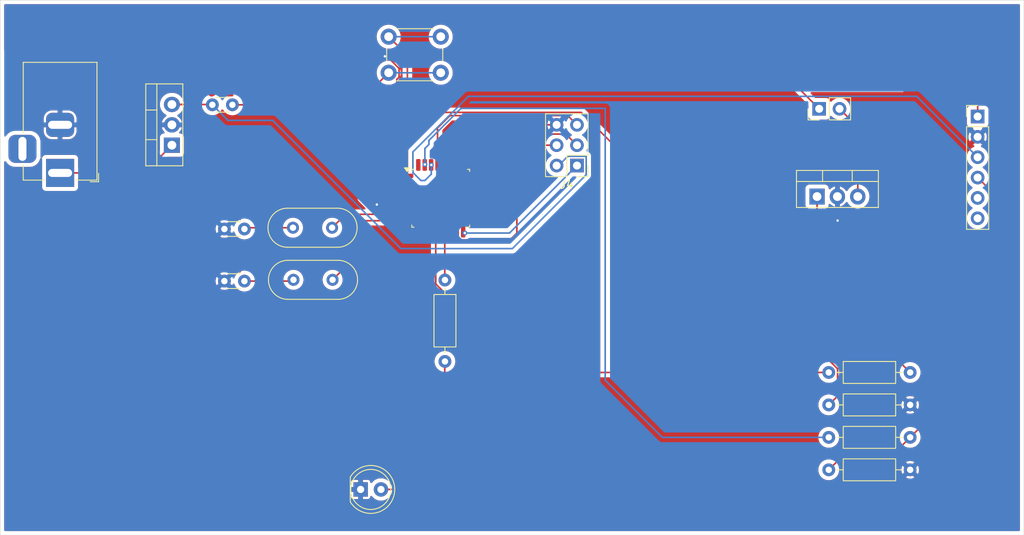
<source format=kicad_pcb>
(kicad_pcb (version 20241229) (generator "pcbnew") (generator_version "9.0")
  (layers (0 "F.Cu" signal) (2 "B.Cu" signal) (13 "F.Paste" user) (15 "B.Paste" user) (5 "F.SilkS" user "F.Silkscreen") (7 "B.SilkS" user "B.Silkscreen") (1 "F.Mask" user) (3 "B.Mask" user) (25 "Edge.Cuts" user))
  (net 0 "")
  (net 1 "Net-(C1-Pad2)")
  (net 2 "Net-(J2-Pin_1)")
  (net 3 "Net-(C2-Pad1)")
  (net 4 "GND")
  (net 5 "Net-(C3-Pad1)")
  (net 6 "Net-(D1-A)")
  (net 7 "Net-(U2-VI)")
  (net 8 "Net-(J2-Pin_2)")
  (net 9 "Net-(J3-Pin_4)")
  (net 10 "Net-(J3-Pin_3)")
  (net 11 "Net-(J4-Pin_1)")
  (net 12 "Net-(J4-Pin_5)")
  (net 13 "Net-(J4-Pin_4)")
  (net 14 "Net-(J4-Pin_3)")
  (net 15 "Net-(Q1-G)")
  (net 16 "Net-(U1-PB0)")
  (net 17 "Net-(U1-PD3)")
  (net 18 "Net-(U1-PD1)")
  (net 19 "Net-(U1-PB1)")
  (net 20 "Net-(U1-XTAL2{slash}PB7)")
  (net 21 "Net-(U1-XTAL1{slash}PB6)")
  (footprint "LED_THT:LED_D5.0mm" (layer "F.Cu") (at 105.476975 127.554025)
    (property "Reference" "D1" (hide yes))
    (property "Value" "LED" (hide yes))
    (fp_line (start -1.29 -1.545) (end -1.29 1.545) (stroke (width 0.12)) (layer "F.SilkS"))
    (fp_arc (start -1.29 -1.54483) (mid 2.071779 -2.880495) (end 4.26 0) (stroke (width 0.12)) (layer "F.SilkS"))
    (fp_arc (start 4.26 0) (mid 2.071779 2.880495) (end -1.29 1.54483) (stroke (width 0.12)) (layer "F.SilkS"))
    (fp_circle (center 1.27 0) (end 3.77 0) (stroke (width 0.12)) (fill no) (layer "F.SilkS"))
    (pad "1" thru_hole rect (at 0 0) (size 1.8 1.8) (drill 0.9) (layers "*.Cu" "*.Mask") (net 4 "GND"))
    (pad "2" thru_hole circle (at 2.54 0) (size 1.8 1.8) (drill 0.9) (layers "*.Cu" "*.Mask") (net 6 "Net-(D1-A)"))
  )
  (footprint "Resistor_THT:R_Axial_DIN0207_L6.3mm_D2.5mm_P10.16mm_Horizontal" (layer "F.Cu") (at 163.896975 121.054025)
    (property "Reference" "R3" (hide yes))
    (property "Value" "R_Small" (hide yes))
    (fp_line (start 1.04 0) (end 1.81 0) (stroke (width 0.12)) (layer "F.SilkS"))
    (fp_line (start 9.12 0) (end 8.35 0) (stroke (width 0.12)) (layer "F.SilkS"))
    (fp_rect (start 1.81 -1.37) (end 8.35 1.37) (stroke (width 0.12)) (fill no) (layer "F.SilkS"))
    (pad "1" thru_hole circle (at 0 0) (size 1.6 1.6) (drill 0.8) (layers "*.Cu" "*.Mask") (net 18 "Net-(U1-PD1)"))
    (pad "2" thru_hole circle (at 10.16 0) (size 1.6 1.6) (drill 0.8) (layers "*.Cu" "*.Mask") (net 9 "Net-(J3-Pin_4)"))
  )
  (footprint "Connector_PinHeader_2.54mm:PinHeader_1x06_P2.54mm_Vertical" (layer "F.Cu") (at 182.476975 81.014025)
    (property "Reference" "J3" (hide yes))
    (property "Value" "Conn_01x06" (hide yes))
    (fp_line (start -1.38 -1.38) (end 0 -1.38) (stroke (width 0.12)) (layer "F.SilkS"))
    (fp_line (start -1.38 0) (end -1.38 -1.38) (stroke (width 0.12)) (layer "F.SilkS"))
    (fp_line (start -1.38 1.27) (end -1.38 14.08) (stroke (width 0.12)) (layer "F.SilkS"))
    (fp_line (start -1.38 1.27) (end 1.38 1.27) (stroke (width 0.12)) (layer "F.SilkS"))
    (fp_line (start -1.38 14.08) (end 1.38 14.08) (stroke (width 0.12)) (layer "F.SilkS"))
    (fp_line (start 1.38 1.27) (end 1.38 14.08) (stroke (width 0.12)) (layer "F.SilkS"))
    (pad "1" thru_hole rect (at 0 0) (size 1.7 1.7) (drill 1) (layers "*.Cu" "*.Mask") (net 2 "Net-(J2-Pin_1)"))
    (pad "2" thru_hole circle (at 0 2.54) (size 1.7 1.7) (drill 1) (layers "*.Cu" "*.Mask") (net 4 "GND"))
    (pad "3" thru_hole circle (at 0 5.08) (size 1.7 1.7) (drill 1) (layers "*.Cu" "*.Mask") (net 10 "Net-(J3-Pin_3)"))
    (pad "4" thru_hole circle (at 0 7.62) (size 1.7 1.7) (drill 1) (layers "*.Cu" "*.Mask") (net 9 "Net-(J3-Pin_4)"))
    (pad "5" thru_hole circle (at 0 10.16) (size 1.7 1.7) (drill 1) (layers "*.Cu" "*.Mask"))
    (pad "6" thru_hole circle (at 0 12.7) (size 1.7 1.7) (drill 1) (layers "*.Cu" "*.Mask"))
  )
  (footprint "Resistor_THT:R_Axial_DIN0207_L6.3mm_D2.5mm_P10.16mm_Horizontal" (layer "F.Cu") (at 163.896975 112.954025)
    (property "Reference" "R1" (hide yes))
    (property "Value" "R_Small" (hide yes))
    (fp_line (start 1.04 0) (end 1.81 0) (stroke (width 0.12)) (layer "F.SilkS"))
    (fp_line (start 9.12 0) (end 8.35 0) (stroke (width 0.12)) (layer "F.SilkS"))
    (fp_rect (start 1.81 -1.37) (end 8.35 1.37) (stroke (width 0.12)) (fill no) (layer "F.SilkS"))
    (pad "1" thru_hole circle (at 0 0) (size 1.6 1.6) (drill 0.8) (layers "*.Cu" "*.Mask") (net 16 "Net-(U1-PB0)"))
    (pad "2" thru_hole circle (at 10.16 0) (size 1.6 1.6) (drill 0.8) (layers "*.Cu" "*.Mask") (net 15 "Net-(Q1-G)"))
  )
  (footprint "Resistor_THT:R_Axial_DIN0207_L6.3mm_D2.5mm_P10.16mm_Horizontal" (layer "F.Cu") (at 163.896975 117.004025)
    (property "Reference" "R2" (hide yes))
    (property "Value" "R_Small" (hide yes))
    (fp_line (start 1.04 0) (end 1.81 0) (stroke (width 0.12)) (layer "F.SilkS"))
    (fp_line (start 9.12 0) (end 8.35 0) (stroke (width 0.12)) (layer "F.SilkS"))
    (fp_rect (start 1.81 -1.37) (end 8.35 1.37) (stroke (width 0.12)) (fill no) (layer "F.SilkS"))
    (pad "1" thru_hole circle (at 0 0) (size 1.6 1.6) (drill 0.8) (layers "*.Cu" "*.Mask") (net 17 "Net-(U1-PD3)"))
    (pad "2" thru_hole circle (at 10.16 0) (size 1.6 1.6) (drill 0.8) (layers "*.Cu" "*.Mask") (net 4 "GND"))
  )
  (footprint "Resistor_THT:R_Axial_DIN0207_L6.3mm_D2.5mm_P10.16mm_Horizontal" (layer "F.Cu") (at 163.896975 125.104025)
    (property "Reference" "R4" (hide yes))
    (property "Value" "R_Small" (hide yes))
    (fp_line (start 1.04 0) (end 1.81 0) (stroke (width 0.12)) (layer "F.SilkS"))
    (fp_line (start 9.12 0) (end 8.35 0) (stroke (width 0.12)) (layer "F.SilkS"))
    (fp_rect (start 1.81 -1.37) (end 8.35 1.37) (stroke (width 0.12)) (fill no) (layer "F.SilkS"))
    (pad "1" thru_hole circle (at 0 0) (size 1.6 1.6) (drill 0.8) (layers "*.Cu" "*.Mask") (net 9 "Net-(J3-Pin_4)"))
    (pad "2" thru_hole circle (at 10.16 0) (size 1.6 1.6) (drill 0.8) (layers "*.Cu" "*.Mask") (net 4 "GND"))
  )
  (footprint "Capacitor_THT:C_Disc_D3.0mm_W1.6mm_P2.50mm" (layer "F.Cu") (at 90.976975 95.054025 180)
    (property "Reference" "C2" (hide yes))
    (property "Value" "C_Small" (hide yes))
    (fp_line (start 0.485 0.92) (end 2.015 0.92) (stroke (width 0.12)) (layer "F.SilkS"))
    (fp_line (start 0.485 -0.92) (end 2.015 -0.92) (stroke (width 0.12)) (layer "F.SilkS"))
    (pad "1" thru_hole circle (at 0 0 180) (size 1.6 1.6) (drill 0.8) (layers "*.Cu" "*.Mask") (net 3 "Net-(C2-Pad1)"))
    (pad "2" thru_hole circle (at 2.5 0 180) (size 1.6 1.6) (drill 0.8) (layers "*.Cu" "*.Mask") (net 4 "GND"))
  )
  (footprint "Connector_BarrelJack:BarrelJack_Horizontal" (layer "F.Cu") (at 67.976975 88.054025 -90)
    (property "Reference" "J5" (hide yes))
    (property "Value" "Barrel_Jack_Switch" (hide yes))
    (fp_line (start -13.8 4.6) (end -13.8 -4.6) (stroke (width 0.12)) (layer "F.SilkS"))
    (fp_line (start -5 4.6) (end -13.8 4.6) (stroke (width 0.12)) (layer "F.SilkS"))
    (fp_line (start 0.9 4.6) (end -1 4.6) (stroke (width 0.12)) (layer "F.SilkS"))
    (fp_line (start 0.9 1.9) (end 0.9 4.6) (stroke (width 0.12)) (layer "F.SilkS"))
    (fp_line (start 1.1 -3.75) (end 1.1 -4.8) (stroke (width 0.12)) (layer "F.SilkS"))
    (fp_line (start -13.8 -4.6) (end 0.9 -4.6) (stroke (width 0.12)) (layer "F.SilkS"))
    (fp_line (start 0.9 -4.6) (end 0.9 -2) (stroke (width 0.12)) (layer "F.SilkS"))
    (fp_line (start 0.05 -4.8) (end 1.1 -4.8) (stroke (width 0.12)) (layer "F.SilkS"))
    (pad "1" thru_hole rect (at 0 0 270) (size 3.5 3.5) (drill oval 1 3) (layers "*.Cu" "*.Mask") (net 7 "Net-(U2-VI)"))
    (pad "2" thru_hole roundrect (at -6 0 270) (size 3 3.5) (drill oval 1 3) (layers "*.Cu" "*.Mask") (net 4 "GND"))
    (pad "3" thru_hole roundrect (at -3 4.7 270) (size 3.5 3.5) (drill oval 3 1) (layers "*.Cu" "*.Mask"))
  )
  (footprint "Package_QFP:TQFP-32_7x7mm_P0.8mm" (layer "F.Cu") (at 115.476975 91.216525)
    (property "Reference" "U1" (hide yes))
    (property "Value" "ATmega328P-A" (hide yes))
    (fp_line (start -3.61 -3.61) (end -3.61 -3.335) (stroke (width 0.12)) (layer "F.SilkS"))
    (fp_line (start -3.61 3.61) (end -3.61 3.335) (stroke (width 0.12)) (layer "F.SilkS"))
    (fp_line (start -3.335 -3.61) (end -3.61 -3.61) (stroke (width 0.12)) (layer "F.SilkS"))
    (fp_line (start -3.335 3.61) (end -3.61 3.61) (stroke (width 0.12)) (layer "F.SilkS"))
    (fp_line (start 3.335 -3.61) (end 3.61 -3.61) (stroke (width 0.12)) (layer "F.SilkS"))
    (fp_line (start 3.335 3.61) (end 3.61 3.61) (stroke (width 0.12)) (layer "F.SilkS"))
    (fp_line (start 3.61 -3.61) (end 3.61 -3.335) (stroke (width 0.12)) (layer "F.SilkS"))
    (fp_line (start 3.61 3.61) (end 3.61 3.335) (stroke (width 0.12)) (layer "F.SilkS"))
    (fp_poly (pts (xy -4.2 -3.335) (xy -4.54 -3.805) (xy -3.86 -3.805)) (stroke (width 0.12)) (fill yes) (layer "F.SilkS"))
    (pad "1" smd roundrect (at -4.1625 -2.8) (size 1.475 0.55) (layers "F.Cu" "F.Mask" "F.Paste") (net 17 "Net-(U1-PD3)"))
    (pad "2" smd roundrect (at -4.1625 -2) (size 1.475 0.55) (layers "F.Cu" "F.Mask" "F.Paste"))
    (pad "3" smd roundrect (at -4.1625 -1.2) (size 1.475 0.55) (layers "F.Cu" "F.Mask" "F.Paste") (net 4 "GND"))
    (pad "4" smd roundrect (at -4.1625 -0.4) (size 1.475 0.55) (layers "F.Cu" "F.Mask" "F.Paste") (net 1 "Net-(C1-Pad2)"))
    (pad "5" smd roundrect (at -4.1625 0.4) (size 1.475 0.55) (layers "F.Cu" "F.Mask" "F.Paste") (net 4 "GND"))
    (pad "6" smd roundrect (at -4.1625 1.2) (size 1.475 0.55) (layers "F.Cu" "F.Mask" "F.Paste") (net 1 "Net-(C1-Pad2)"))
    (pad "7" smd roundrect (at -4.1625 2) (size 1.475 0.55) (layers "F.Cu" "F.Mask" "F.Paste") (net 21 "Net-(U1-XTAL1{slash}PB6)"))
    (pad "8" smd roundrect (at -4.1625 2.8) (size 1.475 0.55) (layers "F.Cu" "F.Mask" "F.Paste") (net 20 "Net-(U1-XTAL2{slash}PB7)"))
    (pad "9" smd roundrect (at -2.8 4.1625) (size 0.55 1.475) (layers "F.Cu" "F.Mask" "F.Paste"))
    (pad "10" smd roundrect (at -2 4.1625) (size 0.55 1.475) (layers "F.Cu" "F.Mask" "F.Paste"))
    (pad "11" smd roundrect (at -1.2 4.1625) (size 0.55 1.475) (layers "F.Cu" "F.Mask" "F.Paste"))
    (pad "12" smd roundrect (at -0.4 4.1625) (size 0.55 1.475) (layers "F.Cu" "F.Mask" "F.Paste") (net 16 "Net-(U1-PB0)"))
    (pad "13" smd roundrect (at 0.4 4.1625) (size 0.55 1.475) (layers "F.Cu" "F.Mask" "F.Paste") (net 19 "Net-(U1-PB1)"))
    (pad "14" smd roundrect (at 1.2 4.1625) (size 0.55 1.475) (layers "F.Cu" "F.Mask" "F.Paste"))
    (pad "15" smd roundrect (at 2 4.1625) (size 0.55 1.475) (layers "F.Cu" "F.Mask" "F.Paste") (net 13 "Net-(J4-Pin_4)"))
    (pad "16" smd roundrect (at 2.8 4.1625) (size 0.55 1.475) (layers "F.Cu" "F.Mask" "F.Paste") (net 11 "Net-(J4-Pin_1)"))
    (pad "17" smd roundrect (at 4.1625 2.8) (size 1.475 0.55) (layers "F.Cu" "F.Mask" "F.Paste") (net 14 "Net-(J4-Pin_3)"))
    (pad "18" smd roundrect (at 4.1625 2) (size 1.475 0.55) (layers "F.Cu" "F.Mask" "F.Paste"))
    (pad "19" smd roundrect (at 4.1625 1.2) (size 1.475 0.55) (layers "F.Cu" "F.Mask" "F.Paste"))
    (pad "20" smd roundrect (at 4.1625 0.4) (size 1.475 0.55) (layers "F.Cu" "F.Mask" "F.Paste"))
    (pad "21" smd roundrect (at 4.1625 -0.4) (size 1.475 0.55) (layers "F.Cu" "F.Mask" "F.Paste") (net 4 "GND"))
    (pad "22" smd roundrect (at 4.1625 -1.2) (size 1.475 0.55) (layers "F.Cu" "F.Mask" "F.Paste"))
    (pad "23" smd roundrect (at 4.1625 -2) (size 1.475 0.55) (layers "F.Cu" "F.Mask" "F.Paste"))
    (pad "24" smd roundrect (at 4.1625 -2.8) (size 1.475 0.55) (layers "F.Cu" "F.Mask" "F.Paste"))
    (pad "25" smd roundrect (at 2.8 -4.1625) (size 0.55 1.475) (layers "F.Cu" "F.Mask" "F.Paste"))
    (pad "26" smd roundrect (at 2 -4.1625) (size 0.55 1.475) (layers "F.Cu" "F.Mask" "F.Paste"))
    (pad "27" smd roundrect (at 1.2 -4.1625) (size 0.55 1.475) (layers "F.Cu" "F.Mask" "F.Paste"))
    (pad "28" smd roundrect (at 0.4 -4.1625) (size 0.55 1.475) (layers "F.Cu" "F.Mask" "F.Paste"))
    (pad "29" smd roundrect (at -0.4 -4.1625) (size 0.55 1.475) (layers "F.Cu" "F.Mask" "F.Paste") (net 12 "Net-(J4-Pin_5)"))
    (pad "30" smd roundrect (at -1.2 -4.1625) (size 0.55 1.475) (layers "F.Cu" "F.Mask" "F.Paste") (net 10 "Net-(J3-Pin_3)"))
    (pad "31" smd roundrect (at -2 -4.1625) (size 0.55 1.475) (layers "F.Cu" "F.Mask" "F.Paste") (net 18 "Net-(U1-PD1)"))
    (pad "32" smd roundrect (at -2.8 -4.1625) (size 0.55 1.475) (layers "F.Cu" "F.Mask" "F.Paste"))
  )
  (footprint "Connector_PinHeader_2.54mm:PinHeader_2x03_P2.54mm_Vertical" (layer "F.Cu") (at 132.476975 87.134025 180)
    (property "Reference" "J4" (at 1.27 -2.38 0) (layer "F.SilkS"))
    (property "Value" "Conn_02x03_Counter_Clockwise" (hide yes))
    (fp_line (start 3.92 -1.38) (end 3.92 6.46) (stroke (width 0.12)) (layer "F.SilkS"))
    (fp_line (start 1.27 1.27) (end 1.27 -1.38) (stroke (width 0.12)) (layer "F.SilkS"))
    (fp_line (start 1.27 -1.38) (end 3.92 -1.38) (stroke (width 0.12)) (layer "F.SilkS"))
    (fp_line (start -1.38 6.46) (end 3.92 6.46) (stroke (width 0.12)) (layer "F.SilkS"))
    (fp_line (start -1.38 1.27) (end 1.27 1.27) (stroke (width 0.12)) (layer "F.SilkS"))
    (fp_line (start -1.38 1.27) (end -1.38 6.46) (stroke (width 0.12)) (layer "F.SilkS"))
    (fp_line (start -1.38 0) (end -1.38 -1.38) (stroke (width 0.12)) (layer "F.SilkS"))
    (fp_line (start -1.38 -1.38) (end 0 -1.38) (stroke (width 0.12)) (layer "F.SilkS"))
    (pad "1" thru_hole rect (at 0 0 180) (size 1.7 1.7) (drill 1) (layers "*.Cu" "*.Mask") (net 11 "Net-(J4-Pin_1)"))
    (pad "2" thru_hole circle (at 2.54 0 180) (size 1.7 1.7) (drill 1) (layers "*.Cu" "*.Mask") (net 2 "Net-(J2-Pin_1)"))
    (pad "3" thru_hole circle (at 0 2.54 180) (size 1.7 1.7) (drill 1) (layers "*.Cu" "*.Mask") (net 14 "Net-(J4-Pin_3)"))
    (pad "4" thru_hole circle (at 2.54 2.54 180) (size 1.7 1.7) (drill 1) (layers "*.Cu" "*.Mask") (net 13 "Net-(J4-Pin_4)"))
    (pad "5" thru_hole circle (at 0 5.08 180) (size 1.7 1.7) (drill 1) (layers "*.Cu" "*.Mask") (net 12 "Net-(J4-Pin_5)"))
    (pad "6" thru_hole circle (at 2.54 5.08 180) (size 1.7 1.7) (drill 1) (layers "*.Cu" "*.Mask") (net 4 "GND"))
  )
  (footprint "Crystal:Crystal_HC49-U_Vertical" (layer "F.Cu") (at 101.916975 94.894025 180)
    (property "Reference" "Y2" (hide yes))
    (property "Value" "Crystal_Small" (hide yes))
    (fp_line (start -0.685 2.435) (end 5.565 2.435) (stroke (width 0.12)) (layer "F.SilkS"))
    (fp_line (start -0.685 -2.435) (end 5.565 -2.435) (stroke (width 0.12)) (layer "F.SilkS"))
    (fp_arc (start 5.565 -2.435) (mid 8 0) (end 5.565 2.435) (stroke (width 0.12)) (layer "F.SilkS"))
    (fp_arc (start -0.685 2.435) (mid -3.12 0) (end -0.685 -2.435) (stroke (width 0.12)) (layer "F.SilkS"))
    (pad "1" thru_hole circle (at 0 0 180) (size 1.5 1.5) (drill 0.8) (layers "*.Cu" "*.Mask") (net 21 "Net-(U1-XTAL1{slash}PB6)"))
    (pad "2" thru_hole circle (at 4.88 0 180) (size 1.5 1.5) (drill 0.8) (layers "*.Cu" "*.Mask") (net 3 "Net-(C2-Pad1)"))
  )
  (footprint "Connector_PinHeader_2.54mm:PinHeader_1x02_P2.54mm_Vertical" (layer "F.Cu") (at 162.701975 80.054025 90)
    (property "Reference" "J2" (hide yes))
    (property "Value" "Conn_01x02_Pin" (hide yes))
    (fp_line (start -1.38 -1.38) (end 0 -1.38) (stroke (width 0.12)) (layer "F.SilkS"))
    (fp_line (start -1.38 0) (end -1.38 -1.38) (stroke (width 0.12)) (layer "F.SilkS"))
    (fp_line (start 1.38 1.27) (end 1.38 3.92) (stroke (width 0.12)) (layer "F.SilkS"))
    (fp_line (start -1.38 1.27) (end 1.38 1.27) (stroke (width 0.12)) (layer "F.SilkS"))
    (fp_line (start -1.38 1.27) (end -1.38 3.92) (stroke (width 0.12)) (layer "F.SilkS"))
    (fp_line (start -1.38 3.92) (end 1.38 3.92) (stroke (width 0.12)) (layer "F.SilkS"))
    (pad "1" thru_hole rect (at 0 0 90) (size 1.7 1.7) (drill 1) (layers "*.Cu" "*.Mask") (net 2 "Net-(J2-Pin_1)"))
    (pad "2" thru_hole circle (at 0 2.54 90) (size 1.7 1.7) (drill 1) (layers "*.Cu" "*.Mask") (net 8 "Net-(J2-Pin_2)"))
  )
  (footprint "Resistor_THT:R_Axial_DIN0207_L6.3mm_D2.5mm_P10.16mm_Horizontal" (layer "F.Cu") (at 116 101.42 -90)
    (property "Reference" "R5" (hide yes))
    (property "Value" "R_Small" (hide yes))
    (fp_line (start 1.04 0) (end 1.81 0) (stroke (width 0.12)) (layer "F.SilkS"))
    (fp_line (start 9.12 0) (end 8.35 0) (stroke (width 0.12)) (layer "F.SilkS"))
    (fp_rect (start 1.81 -1.37) (end 8.35 1.37) (stroke (width 0.12)) (fill no) (layer "F.SilkS"))
    (pad "1" thru_hole circle (at 0 0 270) (size 1.6 1.6) (drill 0.8) (layers "*.Cu" "*.Mask") (net 19 "Net-(U1-PB1)"))
    (pad "2" thru_hole circle (at 10.16 0 270) (size 1.6 1.6) (drill 0.8) (layers "*.Cu" "*.Mask") (net 6 "Net-(D1-A)"))
  )
  (footprint "Package_TO_SOT_THT:TO-220-3_Vertical" (layer "F.Cu") (at 162.436975 91.004025)
    (property "Reference" "Q1" (hide yes))
    (property "Value" "N-Chanel" (hide yes))
    (fp_line (start -2.57 -3.26) (end -2.57 1.36) (stroke (width 0.12)) (layer "F.SilkS"))
    (fp_line (start -2.57 -3.26) (end 7.65 -3.26) (stroke (width 0.12)) (layer "F.SilkS"))
    (fp_line (start -2.57 -1.88) (end 7.65 -1.88) (stroke (width 0.12)) (layer "F.SilkS"))
    (fp_line (start -2.57 1.36) (end 7.65 1.36) (stroke (width 0.12)) (layer "F.SilkS"))
    (fp_line (start 0.69 -3.26) (end 0.69 -1.88) (stroke (width 0.12)) (layer "F.SilkS"))
    (fp_line (start 4.39 -3.26) (end 4.39 -1.88) (stroke (width 0.12)) (layer "F.SilkS"))
    (fp_line (start 7.65 -3.26) (end 7.65 1.36) (stroke (width 0.12)) (layer "F.SilkS"))
    (pad "1" thru_hole rect (at 0 0) (size 1.905 2) (drill 1.1) (layers "*.Cu" "*.Mask") (net 15 "Net-(Q1-G)"))
    (pad "2" thru_hole oval (at 2.54 0) (size 1.905 2) (drill 1.1) (layers "*.Cu" "*.Mask") (net 4 "GND"))
    (pad "3" thru_hole oval (at 5.08 0) (size 1.905 2) (drill 1.1) (layers "*.Cu" "*.Mask") (net 8 "Net-(J2-Pin_2)"))
  )
  (footprint "Crystal:Crystal_HC49-U_Vertical" (layer "F.Cu") (at 101.976975 101.394025 180)
    (property "Reference" "Y1" (hide yes))
    (property "Value" "Crystal_Small" (hide yes))
    (fp_line (start -0.685 2.435) (end 5.565 2.435) (stroke (width 0.12)) (layer "F.SilkS"))
    (fp_line (start -0.685 -2.435) (end 5.565 -2.435) (stroke (width 0.12)) (layer "F.SilkS"))
    (fp_arc (start 5.565 -2.435) (mid 8 0) (end 5.565 2.435) (stroke (width 0.12)) (layer "F.SilkS"))
    (fp_arc (start -0.685 2.435) (mid -3.12 0) (end -0.685 -2.435) (stroke (width 0.12)) (layer "F.SilkS"))
    (pad "1" thru_hole circle (at 0 0 180) (size 1.5 1.5) (drill 0.8) (layers "*.Cu" "*.Mask") (net 20 "Net-(U1-XTAL2{slash}PB7)"))
    (pad "2" thru_hole circle (at 4.88 0 180) (size 1.5 1.5) (drill 0.8) (layers "*.Cu" "*.Mask") (net 5 "Net-(C3-Pad1)"))
  )
  (footprint "Button_Switch_THT:SW_PUSH_6mm" (layer "F.Cu") (at 108.976975 71.054025)
    (property "Reference" "SW1" (hide yes))
    (property "Value" "SW_Push" (hide yes))
    (fp_line (start -0.25 1.5) (end -0.25 3) (stroke (width 0.12)) (layer "F.SilkS"))
    (fp_line (start 1 5.5) (end 5.5 5.5) (stroke (width 0.12)) (layer "F.SilkS"))
    (fp_line (start 5.5 -1) (end 1 -1) (stroke (width 0.12)) (layer "F.SilkS"))
    (fp_line (start 6.75 3) (end 6.75 1.5) (stroke (width 0.12)) (layer "F.SilkS"))
    (pad "1" thru_hole circle (at 0 0 90) (size 2 2) (drill 1.1) (layers "*.Cu" "*.Mask") (net 17 "Net-(U1-PD3)"))
    (pad "1" thru_hole circle (at 6.5 0 90) (size 2 2) (drill 1.1) (layers "*.Cu" "*.Mask") (net 17 "Net-(U1-PD3)"))
    (pad "2" thru_hole circle (at 0 4.5 90) (size 2 2) (drill 1.1) (layers "*.Cu" "*.Mask") (net 1 "Net-(C1-Pad2)"))
    (pad "2" thru_hole circle (at 6.5 4.5 90) (size 2 2) (drill 1.1) (layers "*.Cu" "*.Mask") (net 1 "Net-(C1-Pad2)"))
  )
  (footprint "Capacitor_THT:C_Disc_D3.0mm_W1.6mm_P2.50mm" (layer "F.Cu") (at 90.976975 101.554025 180)
    (property "Reference" "C3" (hide yes))
    (property "Value" "C_Small" (hide yes))
    (fp_line (start 0.485 0.92) (end 2.015 0.92) (stroke (width 0.12)) (layer "F.SilkS"))
    (fp_line (start 0.485 -0.92) (end 2.015 -0.92) (stroke (width 0.12)) (layer "F.SilkS"))
    (pad "1" thru_hole circle (at 0 0 180) (size 1.6 1.6) (drill 0.8) (layers "*.Cu" "*.Mask") (net 5 "Net-(C3-Pad1)"))
    (pad "2" thru_hole circle (at 2.5 0 180) (size 1.6 1.6) (drill 0.8) (layers "*.Cu" "*.Mask") (net 4 "GND"))
  )
  (footprint "Package_TO_SOT_THT:TO-220-3_Vertical" (layer "F.Cu") (at 81.926975 84.594025 90)
    (property "Reference" "U2" (hide yes))
    (property "Value" "LM7805_TO220" (hide yes))
    (fp_line (start 7.65 -3.26) (end 7.65 1.36) (stroke (width 0.12)) (layer "F.SilkS"))
    (fp_line (start 4.39 -3.26) (end 4.39 -1.88) (stroke (width 0.12)) (layer "F.SilkS"))
    (fp_line (start 0.69 -3.26) (end 0.69 -1.88) (stroke (width 0.12)) (layer "F.SilkS"))
    (fp_line (start -2.57 -3.26) (end 7.65 -3.26) (stroke (width 0.12)) (layer "F.SilkS"))
    (fp_line (start -2.57 -3.26) (end -2.57 1.36) (stroke (width 0.12)) (layer "F.SilkS"))
    (fp_line (start -2.57 -1.88) (end 7.65 -1.88) (stroke (width 0.12)) (layer "F.SilkS"))
    (fp_line (start -2.57 1.36) (end 7.65 1.36) (stroke (width 0.12)) (layer "F.SilkS"))
    (pad "1" thru_hole rect (at 0 0 90) (size 1.905 2) (drill 1.1) (layers "*.Cu" "*.Mask") (net 7 "Net-(U2-VI)"))
    (pad "2" thru_hole oval (at 2.54 0 90) (size 1.905 2) (drill 1.1) (layers "*.Cu" "*.Mask") (net 4 "GND"))
    (pad "3" thru_hole oval (at 5.08 0 90) (size 1.905 2) (drill 1.1) (layers "*.Cu" "*.Mask") (net 2 "Net-(J2-Pin_1)"))
  )
  (footprint "Capacitor_THT:C_Disc_D3.0mm_W1.6mm_P2.50mm" (layer "F.Cu") (at 86.976975 79.554025)
    (property "Reference" "C1" (hide yes))
    (property "Value" "C_Small" (hide yes))
    (fp_line (start 0.485 -0.92) (end 2.015 -0.92) (stroke (width 0.12)) (layer "F.SilkS"))
    (fp_line (start 0.485 0.92) (end 2.015 0.92) (stroke (width 0.12)) (layer "F.SilkS"))
    (pad "1" thru_hole circle (at 0 0) (size 1.6 1.6) (drill 0.8) (layers "*.Cu" "*.Mask") (net 2 "Net-(J2-Pin_1)"))
    (pad "2" thru_hole circle (at 2.5 0) (size 1.6 1.6) (drill 0.8) (layers "*.Cu" "*.Mask") (net 1 "Net-(C1-Pad2)"))
  )
  (gr_rect (start 60.5 66.5) (end 188.25 133.25) (stroke (width 0.05)) (fill no) (layer "Edge.Cuts"))
  (gr_text "Priyanshu\n" (at 173 70.5 0) (layer "F.Cu") (effects (font (size 1.5 1.5) (thickness 0.3) (bold yes)) (justify left bottom)))
  (gr_text "N-Chanel\nMOSFET" (at 161.5 87 0) (layer "F.Cu") (effects (font (size 1.5 1.5) (thickness 0.3) (bold yes)) (justify bottom)))
  (gr_text "HC-05" (at 180 95.094025 90) (layer "F.Cu") (effects (font (size 1.5 1.5) (thickness 0.3) (bold yes)) (justify left bottom)))
  (gr_text "0.1uF" (at 85.976975 78.554025 0) (layer "F.Cu") (effects (font (size 1.5 1.5) (thickness 0.3) (bold yes)) (justify left bottom)))
  (gr_text "Push Button" (at 116.976975 74.054025 0) (layer "F.Cu") (effects (font (size 1.5 1.5) (thickness 0.3) (bold yes)) (justify left bottom)))
  (gr_text "DC Jack" (at 63 82.5 90) (layer "F.Cu") (effects (font (size 1.5 1.5) (thickness 0.3) (bold yes)) (justify left bottom)))
  (gr_text "2kΩ" (at 166.476975 126.054025 0) (layer "F.Cu") (effects (font (size 1.5 1.5) (thickness 0.3) (bold yes)) (justify left bottom)))
  (gr_text "1kΩ" (at 166.976975 122.054025 0) (layer "F.Cu") (effects (font (size 1.5 1.5) (thickness 0.3) (bold yes)) (justify left bottom)))
  (gr_text "Humidifier" (at 161 77.5 0) (layer "F.Cu") (effects (font (size 1.5 1.5) (thickness 0.3) (bold yes)) (justify left bottom)))
  (gr_text "Regutator" (at 78 87.5 90) (layer "F.Cu") (effects (font (size 1.5 1.5) (thickness 0.3) (bold yes)) (justify left bottom)))
  (gr_text "10KΩ" (at 165.976975 118.054025 0) (layer "F.Cu") (effects (font (size 1.5 1.5) (thickness 0.3) (bold yes)) (justify left bottom)))
  (gr_text "22pF" (at 86.976975 100.054025 0) (layer "F.Cu") (effects (font (size 1.5 1.5) (thickness 0.3) (bold yes)) (justify left bottom)))
  (gr_text "220Ω" (at 114 109.5 90) (layer "F.Cu") (effects (font (size 1.5 1.5) (thickness 0.3) (bold yes)) (justify left bottom)))
  (gr_text "22pF" (at 87 93.5 0) (layer "F.Cu") (effects (font (size 1.5 1.5) (thickness 0.3) (bold yes)) (justify left bottom)))
  (gr_text "10KΩ" (at 165.976975 113.554025 0) (layer "F.Cu") (effects (font (size 1.5 1.5) (thickness 0.3) (bold yes)) (justify left bottom)))
  (segment (start 105.711475 85.288525) (end 108.476975 88.054025) (width 0.2) (layer "F.Cu") (net 1))
  (segment (start 89.476975 79.554025) (end 99.976975 79.554025) (width 0.2) (layer "F.Cu") (net 1))
  (segment (start 107.101 92.601) (end 105.711475 91.211475) (width 0.2) (layer "F.Cu") (net 1))
  (segment (start 105.711475 91.211475) (end 105.711475 85.288525) (width 0.2) (layer "F.Cu") (net 1))
  (segment (start 104.976975 79.554025) (end 108.976975 75.554025) (width 0.2) (layer "F.Cu") (net 1))
  (segment (start 108.476975 90.554025) (end 108.739475 90.816525) (width 0.2) (layer "F.Cu") (net 1))
  (segment (start 111.314475 92.416525) (end 111.13 92.601) (width 0.2) (layer "F.Cu") (net 1))
  (segment (start 108.739475 90.816525) (end 111.314475 90.816525) (width 0.2) (layer "F.Cu") (net 1))
  (segment (start 99.976975 79.554025) (end 104.976975 79.554025) (width 0.2) (layer "F.Cu") (net 1))
  (segment (start 99.976975 79.554025) (end 105.711475 85.288525) (width 0.2) (layer "F.Cu") (net 1))
  (segment (start 108.476975 88.054025) (end 108.476975 90.554025) (width 0.2) (layer "F.Cu") (net 1))
  (segment (start 111.13 92.601) (end 107.101 92.601) (width 0.2) (layer "F.Cu") (net 1))
  (segment (start 115.945975 75.554025) (end 108.976975 75.554025) (width 0.2) (layer "B.Cu") (net 1))
  (segment (start 115.945975 75.554025) (end 116 75.5) (width 0.2) (layer "B.Cu") (net 1))
  (segment (start 115.476975 75.554025) (end 115.945975 75.554025) (width 0.2) (layer "B.Cu") (net 1))
  (segment (start 176.864475 73.441525) (end 156.089475 73.441525) (width 0.2) (layer "F.Cu") (net 2))
  (segment (start 182.476975 79.054025) (end 176.864475 73.441525) (width 0.2) (layer "F.Cu") (net 2))
  (segment (start 84.476975 79.514025) (end 81.926975 79.514025) (width 0.2) (layer "F.Cu") (net 2))
  (segment (start 129.936975 87.436975) (end 130 87.5) (width 0.2) (layer "F.Cu") (net 2))
  (segment (start 86.001353 78.054025) (end 85.936975 78.054025) (width 0.2) (layer "F.Cu") (net 2))
  (segment (start 85.936975 78.054025) (end 84.476975 79.514025) (width 0.2) (layer "F.Cu") (net 2))
  (segment (start 182.476975 81.014025) (end 182.476975 79.054025) (width 0.2) (layer "F.Cu") (net 2))
  (segment (start 162.701975 80.054025) (end 156.089475 73.441525) (width 0.2) (layer "F.Cu") (net 2))
  (segment (start 86.936975 79.514025) (end 86.976975 79.554025) (width 0.2) (layer "F.Cu") (net 2))
  (segment (start 151.201975 68.554025) (end 94.019659 68.554025) (width 0.2) (layer "F.Cu") (net 2))
  (segment (start 81.926975 79.514025) (end 86.936975 79.514025) (width 0.2) (layer "F.Cu") (net 2))
  (segment (start 86.001353 76.572331) (end 86.001353 78.054025) (width 0.2) (layer "F.Cu") (net 2))
  (segment (start 156.089475 73.441525) (end 151.201975 68.554025) (width 0.2) (layer "F.Cu") (net 2))
  (segment (start 94.019659 68.554025) (end 86.001353 76.572331) (width 0.2) (layer "F.Cu") (net 2))
  (segment (start 130 87.309) (end 131.325975 85.983025) (width 0.2) (layer "B.Cu") (net 2))
  (segment (start 88.92295 81.5) (end 86.976975 79.554025) (width 0.2) (layer "B.Cu") (net 2))
  (segment (start 124.413 97.5) (end 110.5 97.5) (width 0.2) (layer "B.Cu") (net 2))
  (segment (start 129.936975 87.134025) (end 129.936975 87.436975) (width 0.2) (layer "B.Cu") (net 2))
  (segment (start 130 87.5) (end 130 87.309) (width 0.2) (layer "B.Cu") (net 2))
  (segment (start 131.325975 85.983025) (end 133.627975 85.983025) (width 0.2) (layer "B.Cu") (net 2))
  (segment (start 94.5 81.5) (end 88.92295 81.5) (width 0.2) (layer "B.Cu") (net 2))
  (segment (start 133.627975 85.983025) (end 133.627975 88.285025) (width 0.2) (layer "B.Cu") (net 2))
  (segment (start 133.627975 88.285025) (end 124.413 97.5) (width 0.2) (layer "B.Cu") (net 2))
  (segment (start 110.5 97.5) (end 94.5 81.5) (width 0.2) (layer "B.Cu") (net 2))
  (segment (start 129.936975 87.436975) (end 130 87.5) (width 0.2) (layer "B.Cu") (net 2))
  (segment (start 91.136975 94.894025) (end 90.976975 95.054025) (width 0.2) (layer "F.Cu") (net 3))
  (segment (start 97.036975 94.894025) (end 91.136975 94.894025) (width 0.2) (layer "F.Cu") (net 3))
  (segment (start 111.383475 91.616525) (end 111.5 91.5) (width 0.2) (layer "F.Cu") (net 4))
  (segment (start 108 91.5) (end 107.5 92) (width 0.2) (layer "F.Cu") (net 4))
  (segment (start 123.976975 82.554025) (end 123.976975 90.054025) (width 0.2) (layer "F.Cu") (net 4))
  (segment (start 123.214475 90.816525) (end 119.639475 90.816525) (width 0.2) (layer "F.Cu") (net 4))
  (segment (start 110.277975 76.092917) (end 110.277975 75.015133) (width 0.2) (layer "F.Cu") (net 4))
  (segment (start 108.762842 73.5) (end 108.5 73.5) (width 0.2) (layer "F.Cu") (net 4))
  (segment (start 110.277975 75.015133) (end 108.762842 73.5) (width 0.2) (layer "F.Cu") (net 4))
  (segment (start 164.976975 91.004025) (end 164.976975 93.976975) (width 0.2) (layer "F.Cu") (net 4))
  (segment (start 124.476975 82.054025) (end 123.976975 82.554025) (width 0.2) (layer "F.Cu") (net 4))
  (segment (start 164.976975 93.976975) (end 165 94) (width 0.2) (layer "F.Cu") (net 4))
  (segment (start 110.753031 90.016525) (end 110 89.263494) (width 0.2) (layer "F.Cu") (net 4))
  (segment (start 111.314475 91.616525) (end 111.383475 91.616525) (width 0.2) (layer "F.Cu") (net 4))
  (segment (start 111.314475 90.016525) (end 110.753031 90.016525) (width 0.2) (layer "F.Cu") (net 4))
  (segment (start 111.5 91.5) (end 108 91.5) (width 0.2) (layer "F.Cu") (net 4))
  (segment (start 123.976975 90.054025) (end 123.214475 90.816525) (width 0.2) (layer "F.Cu") (net 4))
  (segment (start 110 89.263494) (end 110 76.370892) (width 0.2) (layer "F.Cu") (net 4))
  (segment (start 129.936975 82.054025) (end 124.476975 82.054025) (width 0.2) (layer "F.Cu") (net 4))
  (segment (start 66.476975 81.554025) (end 67.426975 82.504025) (width 0.2) (layer "F.Cu") (net 4))
  (segment (start 110 76.370892) (end 110.277975 76.092917) (width 0.2) (layer "F.Cu") (net 4))
  (via (at 107.5 92) (size 0.6) (drill 0.3) (layers "F.Cu" "B.Cu") (net 4))
  (via (at 108.5 73.5) (size 0.6) (drill 0.3) (layers "F.Cu" "B.Cu") (net 4))
  (via (at 165 94) (size 0.6) (drill 0.3) (layers "F.Cu" "B.Cu") (net 4))
  (segment (start 96.936975 101.554025) (end 97.096975 101.394025) (width 0.2) (layer "F.Cu") (net 5))
  (segment (start 90.976975 101.554025) (end 96.936975 101.554025) (width 0.2) (layer "F.Cu") (net 5))
  (segment (start 115.976975 111.634025) (end 115.976975 124.554025) (width 0.2) (layer "F.Cu") (net 6))
  (segment (start 112.976975 127.554025) (end 108.016975 127.554025) (width 0.2) (layer "F.Cu") (net 6))
  (segment (start 115.976975 124.554025) (end 112.976975 127.554025) (width 0.2) (layer "F.Cu") (net 6))
  (segment (start 78.466975 88.054025) (end 81.926975 84.594025) (width 0.2) (layer "F.Cu") (net 7))
  (segment (start 67.976975 88.054025) (end 78.466975 88.054025) (width 0.2) (layer "F.Cu") (net 7))
  (segment (start 167.516975 82.329025) (end 167.516975 91.004025) (width 0.2) (layer "F.Cu") (net 8))
  (segment (start 165.241975 80.054025) (end 167.516975 82.329025) (width 0.2) (layer "F.Cu") (net 8))
  (segment (start 185.476975 91.634025) (end 182.476975 88.634025) (width 0.2) (layer "F.Cu") (net 9))
  (segment (start 185.476975 109.634025) (end 185.476975 91.634025) (width 0.2) (layer "F.Cu") (net 9))
  (segment (start 163.896975 125.104025) (end 166.687485 122.313515) (width 0.2) (layer "F.Cu") (net 9))
  (segment (start 172.797485 122.313515) (end 174.056975 121.054025) (width 0.2) (layer "F.Cu") (net 9))
  (segment (start 174.056975 121.054025) (end 185.476975 109.634025) (width 0.2) (layer "F.Cu") (net 9))
  (segment (start 166.687485 122.313515) (end 172.797485 122.313515) (width 0.2) (layer "F.Cu") (net 9))
  (segment (start 114.276975 87.054025) (end 114.296609 87.054025) (width 0.2) (layer "F.Cu") (net 10))
  (segment (start 114.296609 87.054025) (end 114.298076 87.055492) (width 0.2) (layer "F.Cu") (net 10))
  (via (at 114.298076 87.055492) (size 0.6) (drill 0.3) (layers "F.Cu" "B.Cu") (net 10))
  (segment (start 113.5 89) (end 113 89) (width 0.2) (layer "B.Cu") (net 10))
  (segment (start 114.298076 87.055492) (end 114.298076 88.201924) (width 0.2) (layer "B.Cu") (net 10))
  (segment (start 114.298076 88.201924) (end 113.5 89) (width 0.2) (layer "B.Cu") (net 10))
  (segment (start 112 88) (end 112 85.4329) (width 0.2) (layer "B.Cu") (net 10))
  (segment (start 174.88295 78.5) (end 182.476975 86.094025) (width 0.2) (layer "B.Cu") (net 10))
  (segment (start 118.9329 78.5) (end 174.88295 78.5) (width 0.2) (layer "B.Cu") (net 10))
  (segment (start 113 89) (end 112 88) (width 0.2) (layer "B.Cu") (net 10))
  (segment (start 112 85.4329) (end 118.9329 78.5) (width 0.2) (layer "B.Cu") (net 10))
  (segment (start 118.276975 95.379025) (end 118.301975 95.379025) (width 0.2) (layer "F.Cu") (net 11))
  (segment (start 118.301975 95.379025) (end 118.476975 95.554025) (width 0.2) (layer "F.Cu") (net 11))
  (via (at 118.476975 95.554025) (size 0.6) (drill 0.3) (layers "F.Cu" "B.Cu") (net 11))
  (segment (start 118.476975 95.554025) (end 124.056975 95.554025) (width 0.2) (layer "B.Cu") (net 11))
  (segment (start 124.056975 95.554025) (end 132.476975 87.134025) (width 0.2) (layer "B.Cu") (net 11))
  (segment (start 116.627975 80.903025) (end 114.976975 82.554025) (width 0.2) (layer "F.Cu") (net 12))
  (segment (start 132.476975 82.054025) (end 131.325975 80.903025) (width 0.2) (layer "F.Cu") (net 12))
  (segment (start 115.076975 82.654025) (end 115.076975 87.054025) (width 0.2) (layer "F.Cu") (net 12))
  (segment (start 131.325975 80.903025) (end 116.627975 80.903025) (width 0.2) (layer "F.Cu") (net 12))
  (segment (start 114.976975 82.554025) (end 115.076975 82.654025) (width 0.2) (layer "F.Cu") (net 12))
  (segment (start 125.476975 84.554025) (end 125.516975 84.594025) (width 0.2) (layer "F.Cu") (net 13))
  (segment (start 124.113475 96.417525) (end 124.976975 95.554025) (width 0.2) (layer "F.Cu") (net 13))
  (segment (start 124.976975 84.554025) (end 125.476975 84.554025) (width 0.2) (layer "F.Cu") (net 13))
  (segment (start 117.476975 95.379025) (end 117.476975 95.940469) (width 0.2) (layer "F.Cu") (net 13))
  (segment (start 117.954031 96.417525) (end 124.113475 96.417525) (width 0.2) (layer "F.Cu") (net 13))
  (segment (start 117.476975 95.940469) (end 117.954031 96.417525) (width 0.2) (layer "F.Cu") (net 13))
  (segment (start 124.976975 95.554025) (end 124.976975 84.554025) (width 0.2) (layer "F.Cu") (net 13))
  (segment (start 125.516975 84.594025) (end 129.936975 84.594025) (width 0.2) (layer "F.Cu") (net 13))
  (segment (start 131.087975 83.205025) (end 124.862875 83.205025) (width 0.2) (layer "F.Cu") (net 14))
  (segment (start 124.862875 83.205025) (end 124.377975 83.689925) (width 0.2) (layer "F.Cu") (net 14))
  (segment (start 132.476975 84.594025) (end 131.087975 83.205025) (width 0.2) (layer "F.Cu") (net 14))
  (segment (start 121.939475 94.016525) (end 119.639475 94.016525) (width 0.2) (layer "F.Cu") (net 14))
  (segment (start 124.377975 83.689925) (end 124.377975 91.653025) (width 0.2) (layer "F.Cu") (net 14))
  (segment (start 124.377975 91.653025) (end 121.976975 94.054025) (width 0.2) (layer "F.Cu") (net 14))
  (segment (start 121.976975 94.054025) (end 121.939475 94.016525) (width 0.2) (layer "F.Cu") (net 14))
  (segment (start 162.436975 91.014025) (end 162.976975 91.554025) (width 0.2) (layer "F.Cu") (net 15))
  (segment (start 162.436975 101.334025) (end 174.056975 112.954025) (width 0.2) (layer "F.Cu") (net 15))
  (segment (start 162.436975 91.004025) (end 162.436975 101.334025) (width 0.2) (layer "F.Cu") (net 15))
  (segment (start 162.436975 91.004025) (end 162.436975 91.014025) (width 0.2) (layer "F.Cu") (net 15))
  (segment (start 125.899925 112.954025) (end 114.852975 101.907075) (width 0.2) (layer "F.Cu") (net 16))
  (segment (start 114.852975 101.907075) (end 114.852975 95.603025) (width 0.2) (layer "F.Cu") (net 16))
  (segment (start 163.896975 112.954025) (end 125.899925 112.954025) (width 0.2) (layer "F.Cu") (net 16))
  (segment (start 114.852975 95.603025) (end 115.076975 95.379025) (width 0.2) (layer "F.Cu") (net 16))
  (segment (start 111.314475 84.054025) (end 111.314475 73.391525) (width 0.2) (layer "F.Cu") (net 17))
  (segment (start 164.997975 115.903025) (end 164.997975 112.497975) (width 0.2) (layer "F.Cu") (net 17))
  (segment (start 111.314475 73.391525) (end 108.976975 71.054025) (width 0.2) (layer "F.Cu") (net 17))
  (segment (start 163.896975 117.004025) (end 164.997975 115.903025) (width 0.2) (layer "F.Cu") (net 17))
  (segment (start 111.314475 88.416525) (end 111.314475 84.054025) (width 0.2) (layer "F.Cu") (net 17))
  (segment (start 164.997975 112.497975) (end 133.002025 80.502025) (width 0.2) (layer "F.Cu") (net 17))
  (segment (start 133.002025 80.502025) (end 114.866475 80.502025) (width 0.2) (layer "F.Cu") (net 17))
  (segment (start 114.866475 80.502025) (end 111.314475 84.054025) (width 0.2) (layer "F.Cu") (net 17))
  (segment (start 115.476975 71.054025) (end 108.976975 71.054025) (width 0.2) (layer "B.Cu") (net 17))
  (segment (start 113.476975 87.054025) (end 113.476975 87.023025) (width 0.2) (layer "F.Cu") (net 18))
  (segment (start 113.476975 87.023025) (end 113.5 87) (width 0.2) (layer "F.Cu") (net 18))
  (via (at 113.5 87) (size 0.6) (drill 0.3) (layers "F.Cu" "B.Cu") (net 18))
  (segment (start 143.127033 121.054025) (end 136 113.926992) (width 0.2) (layer "B.Cu") (net 18))
  (segment (start 114 84) (end 114 84.5) (width 0.2) (layer "B.Cu") (net 18))
  (segment (start 136 113.926992) (end 136 80) (width 0.2) (layer "B.Cu") (net 18))
  (segment (start 118 80) (end 114 84) (width 0.2) (layer "B.Cu") (net 18))
  (segment (start 113.5 85) (end 113.5 87) (width 0.2) (layer "B.Cu") (net 18))
  (segment (start 136 80) (end 118 80) (width 0.2) (layer "B.Cu") (net 18))
  (segment (start 143.127033 121.054025) (end 163.896975 121.054025) (width 0.2) (layer "B.Cu") (net 18))
  (segment (start 114 84.5) (end 113.5 85) (width 0.2) (layer "B.Cu") (net 18))
  (segment (start 115.976975 95.479025) (end 115.876975 95.379025) (width 0.2) (layer "F.Cu") (net 19))
  (segment (start 115.976975 101.474025) (end 115.976975 95.479025) (width 0.2) (layer "F.Cu") (net 19))
  (segment (start 103.476975 99.894025) (end 101.976975 101.394025) (width 0.2) (layer "F.Cu") (net 20))
  (segment (start 105.014475 94.016525) (end 103.476975 95.554025) (width 0.2) (layer "F.Cu") (net 20))
  (segment (start 103.476975 95.554025) (end 103.476975 99.894025) (width 0.2) (layer "F.Cu") (net 20))
  (segment (start 111.314475 94.016525) (end 105.014475 94.016525) (width 0.2) (layer "F.Cu") (net 20))
  (segment (start 103.594475 93.216525) (end 111.314475 93.216525) (width 0.2) (layer "F.Cu") (net 21))
  (segment (start 101.916975 94.894025) (end 103.594475 93.216525) (width 0.2) (layer "F.Cu") (net 21))
  (zone (net 4) (net_name "GND") (layers "F.Cu" "B.Cu") (connect_pads (clearance 0.5)) (min_thickness 0.25) (fill yes (thermal_gap 0.3) (thermal_bridge_width 0.6))
    (polygon (pts (xy 60.5 66.5) (xy 60.5 133.25) (xy 188.25 133.25) (xy 188.25 66.5) (xy 61.5 66.5)))
  )
)
</source>
